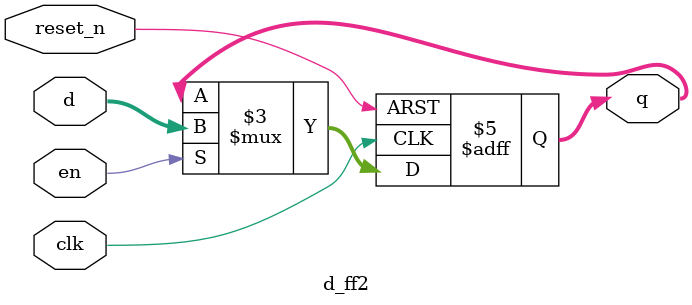
<source format=v>
module d_ff2(input clk, input en, input [4:0] d,input reset_n,output reg [4:0] q);
	
	always@(posedge clk , negedge reset_n) //reset tanımlaması her zaman negedge ile olur.
		begin
			if (!reset_n)
				q <= 5'b00000;
		else begin
			if(en)
				q <= d;
		end 				//else begin'in end'i
		end 				//begin'in end'i


endmodule 
</source>
